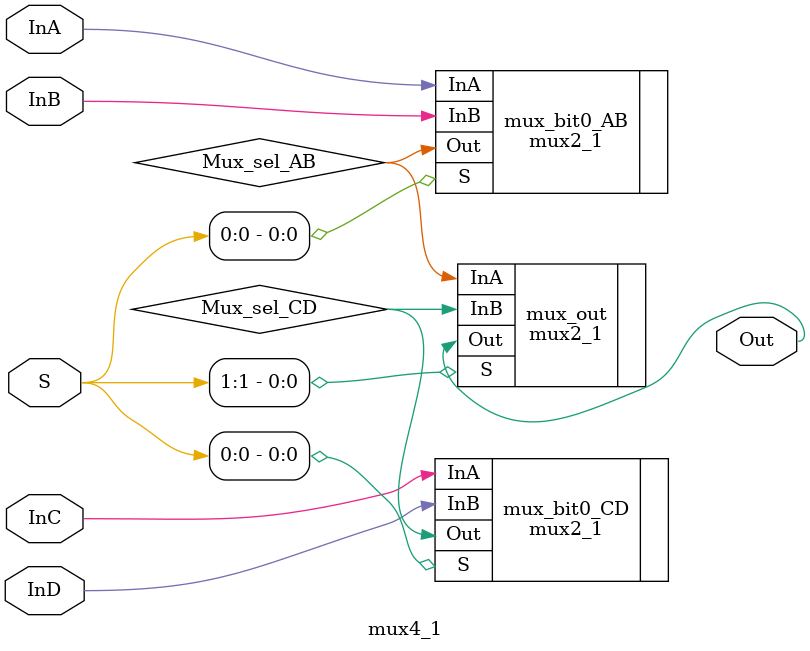
<source format=v>
/*
    CS/ECE 552 Spring '20
    Homework #1, Problem 1

    4-1 mux template
*/
module mux4_1(InA, InB, InC, InD, S, Out);
    input        InA, InB, InC, InD;
    input [1:0]  S;
    output       Out;

    // YOUR CODE HERE

    // Intermediate Variable Declarations
    wire Mux_sel_AB, Mux_sel_CD;

    // Module Declarations
    // S[0] --> mux1(A,B), mux2(C,D)
    mux2_1 mux_bit0_AB(.InA(InA), .InB(InB), .S(S[0]), .Out(Mux_sel_AB));
    mux2_1 mux_bit0_CD(.InA(InC), .InB(InD), .S(S[0]), .Out(Mux_sel_CD));

    // S[1] --> mux_out(mux1, mux2)
    mux2_1 mux_out(.InA(Mux_sel_AB), .InB(Mux_sel_CD), .S(S[1]), .Out(Out));

endmodule

</source>
